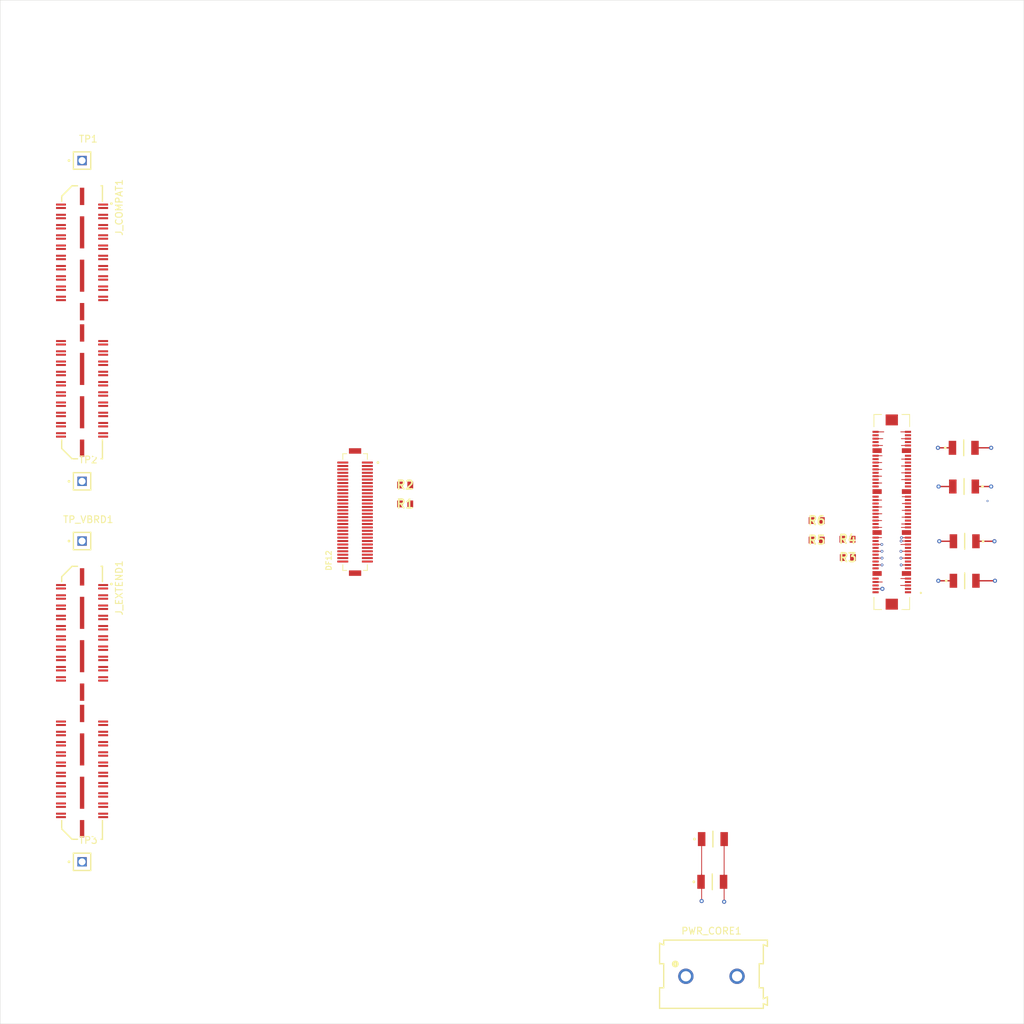
<source format=kicad_pcb>
(kicad_pcb (version 20241229) (generator "pcbnew") (generator_version "9.0")
  (layers (0 "F.Cu" signal) (4 "In1.Cu" power "GND.Cu") (6 "In2.Cu" power "PWR.Cu") (8 "In3.Cu" signal) (10 "In4.Cu" signal) (12 "In5.Cu" signal) (14 "In6.Cu" signal) (16 "In7.Cu" signal) (18 "In8.Cu" signal) (2 "B.Cu" signal) (13 "F.Paste" user) (15 "B.Paste" user) (5 "F.SilkS" user "F.Silkscreen") (7 "B.SilkS" user "B.Silkscreen") (1 "F.Mask" user) (3 "B.Mask" user) (25 "Edge.Cuts" user))
  (net 0 "")
  (net 1 "VDD")
  (net 2 "GND")
  (net 3 "/S1_DAQ_X1_N")
  (net 4 "/S2_FCMD_N")
  (net 5 "/S2_TRIG_0_P")
  (net 6 "/S1_TRIG_0_P")
  (net 7 "/S1_DAQ_X1_P")
  (net 8 "/DF12_RTD_REF")
  (net 9 "/DF12_S2_PROBE_DC")
  (net 10 "/S1_FCMD_N")
  (net 11 "/S2_FCMD_P")
  (net 12 "/S2_TRIG_1_P")
  (net 13 "/DF12_VMON_LVS")
  (net 14 "/S2_DAQ_X0_N")
  (net 15 "/S1_TRIG_1_P")
  (net 16 "/S1_TRIG_3_N")
  (net 17 "/S1_TRIG_2_N")
  (net 18 "/S2_CLK320_P")
  (net 19 "/S2_ERR")
  (net 20 "/DF12_I2C_SCL")
  (net 21 "/S2_TRIG_0_N")
  (net 22 "/S1_DAQ_X0_N")
  (net 23 "/S1_CLK320_P")
  (net 24 "/S2_CLK320_N")
  (net 25 "/S1_TRIG_2_P")
  (net 26 "/S2_TRIG_1_N")
  (net 27 "/DF12_S1_HGCROC_RE_SB")
  (net 28 "/DF12_PWR_EN_LDO")
  (net 29 "/S1_DAQ_X0_P")
  (net 30 "/S1_FCMD_P")
  (net 31 "/DF12_HGCROC_RE_HB")
  (net 32 "/S1_TRIG_1_N")
  (net 33 "/DF12_I2C_SDA")
  (net 34 "/DF12_PG_LDO")
  (net 35 "/S1_TRIG_0_N")
  (net 36 "/DF12_S2_HGCROC_RE_SB")
  (net 37 "/S1_ERR")
  (net 38 "/DF12_S1_PROBE_DC")
  (net 39 "/S2_DAQ_X0_P")
  (net 40 "/S1_CLK320_N")
  (net 41 "/S1_TRIG_3_P")
  (net 42 "/DF12_RTD")
  (net 43 "/VBRD")
  (net 44 "/HS_07_N")
  (net 45 "/HS_03_P")
  (net 47 "/HS_27_N")
  (net 48 "/HS_18_P")
  (net 50 "/HS_08_N")
  (net 52 "/HS_23_P")
  (net 53 "/HS_23_N")
  (net 54 "/HS_21_P")
  (net 55 "/HS_03_N")
  (net 56 "/ECON_D_RESET_B")
  (net 57 "/HS_22_P")
  (net 58 "/HS_27_P")
  (net 60 "/HS_28_P")
  (net 62 "/HS_28_N")
  (net 63 "/HS_08_P")
  (net 65 "/HS_04_P")
  (net 67 "/HS_21_N")
  (net 69 "/HS_22_N")
  (net 72 "/HS_06_N")
  (net 74 "/HS_24_P")
  (net 75 "/HS_04_N")
  (net 77 "/HS_09_P")
  (net 78 "/ECON_T_RESET_B")
  (net 80 "/HS_09_N")
  (net 81 "/HS_24_N")
  (net 84 "/S3_PWR_EN")
  (net 88 "/S3_PWR_PG")
  (net 90 "/HS_18_N")
  (net 91 "/HS_20_P")
  (net 92 "/HS_07_P")
  (net 93 "/HS_06_P")
  (net 94 "/HS_20_N")
  (net 95 "/ECON_D_SOFT_RESET_B")
  (net 97 "/ECON_T_SOFT_RESET_B")
  (net 98 "/HS_14_N")
  (net 101 "/HS_05_P")
  (net 102 "/BM28_RTD")
  (net 106 "/BM28_S2_HGCROC_RE_SB")
  (net 107 "/HS_14_P")
  (net 113 "/VADJ")
  (net 114 "/HS_12_P")
  (net 115 "/HS_10_N")
  (net 116 "/BM28_VMON_LVS")
  (net 117 "/BM28_PG_LDO")
  (net 125 "/BM28_RTD_REF")
  (net 126 "/3V3D")
  (net 127 "/BM28_I2C_SCL")
  (net 131 "/HS_11_N")
  (net 132 "/BM28_HGCROC_RE_HB")
  (net 134 "/BM28_I2C_SDA")
  (net 138 "/HS_11_P")
  (net 143 "/HS_12_N")
  (net 144 "/BM28_PWR_EN_LDO")
  (net 146 "/HS_10_P")
  (net 147 "/HS_05_N")
  (net 149 "/BM28_PROBE_DC")
  (net 151 "/BM28_S1_HGCROC_RE_SB")
  (net 154 "/ECON_T_TRIG_OUT_1_P")
  (net 156 "/ECON_T_TRIG_OUT_0_P")
  (net 157 "/MUX1")
  (net 158 "/MUX0")
  (net 159 "/ECON_T_TRIG_OUT_1_N")
  (net 160 "/ECON_D_DAQ_OUT_P")
  (net 162 "/ECON_T_TRIG_OUT_0_N")
  (net 163 "/TEST_0_N")
  (net 164 "/TEST_0_P")
  (net 168 "/CLK320_IN_N")
  (net 170 "/TEST_IO")
  (net 171 "/CLK320_IN_P")
  (net 172 "/ECON_D_DAQ_OUT_N")
  (net 173 "/MGND")
  (net 174 "/ECON_D_ERROR_B")
  (net 175 "/FCMD_IN_P")
  (net 176 "/FCMD_IN_N")
  (footprint "PCMFootprints:22uF_Capacitor" (layer "F.Cu") (at 178.06 138.07)
    (property "Reference" "C6" (hide yes))
    (property "Value" "22uF" (hide yes))
  )
  (footprint "PCMFootprints:SAMTEC_TSW-101-07-G-S (pin)" (layer "F.Cu") (at 85.63 141.4)
    (property "Reference" "TP3")
    (property "Value" "Samtec TSW-101-07-G-S" (hide yes))
  )
  (footprint "PCMTester2.0_Footprints:RESC1608X50N" (layer "F.Cu") (at 132.97 86.19)
    (property "Reference" "R2")
    (property "Value" "ERJ-3EKF1002V" (hide yes))
  )
  (footprint "PCMFootprints:HRS_DF12NB-60DS-0.5V_51_" (layer "F.Cu") (at 125.63 90.15 90)
    (property "Reference" "DF12")
    (property "Value" "DF12 connector for HGCAL test boards for partial modules" (hide yes))
  )
  (footprint "PCMTester2.0_Footprints:RESC1608X50N" (layer "F.Cu") (at 193.27 91.4)
    (property "Reference" "R6")
    (property "Value" "ERJ-3EKF1002V" (hide yes))
  )
  (footprint "PCMFootprints:SAMTEC_TSW-101-07-G-S (pin)" (layer "F.Cu") (at 85.63 38.65)
    (property "Reference" "TP1")
    (property "Value" "Samtec TSW-101-07-G-S" (hide yes))
  )
  (footprint "PCMFootprints:SAMTEC_QTH-040-01-X-D-DP-A" (layer "F.Cu") (at 85.63 62.35 -90)
    (property "Reference" "J_COMPAT1")
    (property "Value" "Samtec QTH-040")
  )
  (footprint "PCMTester2.0_Footprints:PWR_CORE1_footprint" (layer "F.Cu") (at 177.85 158.17)
    (property "Reference" "PWR_CORE1")
    (property "Value" "power_conn" (hide yes))
  )
  (footprint "PCMFootprints:SAMTEC_TSW-101-07-G-S (pin)" (layer "F.Cu") (at 85.63 94.4)
    (property "Reference" "TP_VBRD1")
    (property "Value" "Samtec TSW-101-07-G-S" (hide yes))
  )
  (footprint "PCMFootprints:22uF_Capacitor" (layer "F.Cu") (at 214.95 100.22)
    (property "Reference" "C4" (hide yes))
    (property "Value" "22uF" (hide yes))
  )
  (footprint "PCMFootprints:22uF_Capacitor" (layer "F.Cu") (at 214.81 80.74)
    (property "Reference" "C3" (hide yes))
    (property "Value" "22uF" (hide yes))
  )
  (footprint "PCMTester2.0_Footprints:RESC1608X50N" (layer "F.Cu") (at 193.27 94.26)
    (property "Reference" "R5")
    (property "Value" "ERJ-3EKF1002V" (hide yes))
  )
  (footprint "PCMTester2.0_Footprints:RESC1608X50N" (layer "F.Cu") (at 197.78 94.14)
    (property "Reference" "R4")
    (property "Value" "ERJ-3EKF1002V" (hide yes))
  )
  (footprint "PCMFootprints:SAMTEC_TSW-101-07-G-S (pin)" (layer "F.Cu") (at 85.63 85.65)
    (property "Reference" "TP2")
    (property "Value" "Samtec TSW-101-07-G-S" (hide yes))
  )
  (footprint "PCMFootprints:22uF_Capacitor" (layer "F.Cu") (at 177.97 144.33)
    (property "Reference" "C5" (hide yes))
    (property "Value" "22uF" (hide yes))
  )
  (footprint "PCMTester2.0_Footprints:RESC1608X50N" (layer "F.Cu") (at 132.97 88.96)
    (property "Reference" "R1")
    (property "Value" "ERJ-3EKF1002V" (hide yes))
  )
  (footprint "PCMTester2.0_Footprints:TO_BM1_footprint" (layer "F.Cu") (at 204.27 90.15 90)
    (property "Reference" "TO_BM1" (hide yes))
    (property "Value" "FX11A-80P8" (hide yes))
  )
  (footprint "PCMTester2.0_Footprints:RESC1608X50N" (layer "F.Cu") (at 197.84 96.82)
    (property "Reference" "R3")
    (property "Value" "ERJ-3EKF1002V" (hide yes))
  )
  (footprint "PCMFootprints:SAMTEC_QTH-040-01-X-D-DP-A" (layer "F.Cu") (at 85.63 118.1 -90)
    (property "Reference" "J_EXTEND1")
    (property "Value" "Samtec QTH-040")
  )
  (footprint "PCMFootprints:22uF_Capacitor" (layer "F.Cu") (at 214.86 86.41 180)
    (property "Reference" "C1" (hide yes))
    (property "Value" "22uF" (hide yes))
  )
  (footprint "PCMFootprints:22uF_Capacitor" (layer "F.Cu") (at 214.95 94.43 180)
    (property "Reference" "C2" (hide yes))
    (property "Value" "22uF" (hide yes))
  )
  (gr_rect (start 73.63 15.15) (end 223.63 165.15) (stroke (width 0.05)) (fill no) (layer "Edge.Cuts"))
  (via (at 218.3 88.53) (size 0.3) (drill 0.15) (layers "F.Cu" "B.Cu") (net 0))
  (segment (start 216.51 86.41) (end 218.83 86.41) (width 0.2) (layer "F.Cu") (net 1))
  (segment (start 206.645 94.4) (end 205.64 94.4) (width 0.12) (layer "F.Cu") (net 1))
  (segment (start 179.71 143.26) (end 179.71 147.25) (width 0.12) (layer "F.Cu") (net 1))
  (segment (start 206.645 93.9) (end 205.69 93.9) (width 0.12) (layer "F.Cu") (net 1))
  (segment (start 179.71 138.07) (end 179.71 143.26) (width 0.12) (layer "F.Cu") (net 1))
  (segment (start 216.46 80.74) (end 218.83 80.74) (width 0.2) (layer "F.Cu") (net 1))
  (segment (start 216.6 100.22) (end 219.39 100.22) (width 0.2) (layer "F.Cu") (net 1))
  (segment (start 179.71 143.26) (end 179.71 144.24) (width 0.12) (layer "F.Cu") (net 1))
  (segment (start 216.6 94.43) (end 219.31 94.43) (width 0.2) (layer "F.Cu") (net 1))
  (segment (start 206.645 92.4) (end 205.67 92.4) (width 0.12) (layer "F.Cu") (net 1))
  (via (at 219.31 94.43) (size 0.6) (drill 0.3) (layers "F.Cu" "B.Cu") (net 1))
  (via (at 219.39 100.22) (size 0.6) (drill 0.3) (layers "F.Cu" "B.Cu") (net 1))
  (via (at 218.83 86.41) (size 0.6) (drill 0.3) (layers "F.Cu" "B.Cu") (net 1))
  (via (at 218.83 80.74) (size 0.6) (drill 0.3) (layers "F.Cu" "B.Cu") (net 1))
  (via (at 205.64 94.4) (size 0.4) (drill 0.2) (layers "F.Cu" "B.Cu") (net 1))
  (via (at 179.71 147.25) (size 0.6) (drill 0.3) (layers "F.Cu" "B.Cu") (net 1))
  (via (at 205.69 93.9) (size 0.4) (drill 0.2) (layers "F.Cu" "B.Cu") (net 1))
  (segment (start 206.645 90.9) (end 205.77 90.9) (width 0.12) (layer "F.Cu") (net 2))
  (segment (start 206.645 87.9) (end 205.79 87.9) (width 0.12) (layer "F.Cu") (net 2))
  (segment (start 201.895 81.9) (end 202.84 81.9) (width 0.12) (layer "F.Cu") (net 2))
  (segment (start 206.645 95.9) (end 205.61 95.9) (width 0.12) (layer "F.Cu") (net 2))
  (segment (start 206.645 83.4) (end 205.69 83.4) (width 0.12) (layer "F.Cu") (net 2))
  (segment (start 206.645 94.9) (end 205.6 94.9) (width 0.12) (layer "F.Cu") (net 2))
  (segment (start 201.895 89.4) (end 202.8 89.4) (width 0.12) (layer "F.Cu") (net 2))
  (segment (start 201.895 90.4) (end 202.81 90.4) (width 0.12) (layer "F.Cu") (net 2))
  (segment (start 201.895 84.9) (end 202.78 84.9) (width 0.12) (layer "F.Cu") (net 2))
  (segment (start 176.41 138.07) (end 176.41 143.17) (width 0.12) (layer "F.Cu") (net 2))
  (segment (start 201.895 94.9) (end 202.81 94.9) (width 0.12) (layer "F.Cu") (net 2))
  (segment (start 206.645 89.9) (end 205.79 89.9) (width 0.12) (layer "F.Cu") (net 2))
  (segment (start 201.895 100.4) (end 202.88 100.4) (width 0.12) (layer "F.Cu") (net 2))
  (segment (start 213.3 94.43) (end 211.23 94.43) (width 0.2) (layer "F.Cu") (net 2))
  (segment (start 206.645 88.9) (end 205.81 88.9) (width 0.12) (layer "F.Cu") (net 2))
  (segment (start 201.895 101.4) (end 202.89 101.4) (width 0.12) (layer "F.Cu") (net 2))
  (segment (start 206.645 99.9) (end 205.59 99.9) (width 0.12) (layer "F.Cu") (net 2))
  (segment (start 201.895 78.4) (end 203.1 78.4) (width 0.12) (layer "F.Cu") (net 2))
  (segment (start 206.645 82.4) (end 205.71 82.4) (width 0.12) (layer "F.Cu") (net 2))
  (segment (start 206.645 91.9) (end 205.71 91.9) (width 0.12) (layer "F.Cu") (net 2))
  (segment (start 213.3 100.22) (end 211.09 100.22) (width 0.2) (layer "F.Cu") (net 2))
  (segment (start 201.895 97.9) (end 202.84 97.9) (width 0.12) (layer "F.Cu") (net 2))
  (segment (start 201.895 82.9) (end 202.8 82.9) (width 0.12) (layer "F.Cu") (net 2))
  (segment (start 206.645 97.9) (end 205.65 97.9) (width 0.12) (layer "F.Cu") (net 2))
  (segment (start 201.895 79.4) (end 202.96 79.4) (width 0.12) (layer "F.Cu") (net 2))
  (segment (start 201.895 93.9) (end 202.78 93.9) (width 0.12) (layer "F.Cu") (net 2))
  (segment (start 213.16 80.74) (end 211.03 80.74) (width 0.2) (layer "F.Cu") (net 2))
  (segment (start 201.895 96.9) (end 202.84 96.9) (width 0.12) (layer "F.Cu") (net 2))
  (segment (start 201.895 92.4) (end 202.8 92.4) (width 0.12) (layer "F.Cu") (net 2))
  (segment (start 201.895 88.4) (end 202.78 88.4) (width 0.12) (layer "F.Cu") (net 2))
  (segment (start 206.645 85.4) (end 205.71 85.4) (width 0.12) (layer "F.Cu") (net 2))
  (segment (start 206.645 84.4) (end 205.71 84.4) (width 0.12) (layer "F.Cu") (net 2))
  (segment (start 213.21 86.41) (end 211.13 86.41) (width 0.2) (layer "F.Cu") (net 2))
  (segment (start 176.41 143.17) (end 176.41 144.24) (width 0.12) (layer "F.Cu") (net 2))
  (segment (start 206.645 96.9) (end 205.62 96.9) (width 0.12) (layer "F.Cu") (net 2))
  (segment (start 201.895 83.9) (end 202.8 83.9) (width 0.12) (layer "F.Cu") (net 2))
  (segment (start 206.645 80.4) (end 205.68 80.4) (width 0.12) (layer "F.Cu") (net 2))
  (segment (start 206.645 78.4) (end 205.59 78.4) (width 0.12) (layer "F.Cu") (net 2))
  (segment (start 201.895 95.9) (end 202.83 95.9) (width 0.12) (layer "F.Cu") (net 2))
  (segment (start 176.41 143.17) (end 176.41 147.15) (width 0.12) (layer "F.Cu") (net 2))
  (segment (start 201.895 91.4) (end 202.79 91.4) (width 0.12) (layer "F.Cu") (net 2))
  (segment (start 201.895 85.9) (end 202.79 85.9) (width 0.12) (layer "F.Cu") (net 2))
  (segment (start 206.645 100.9) (end 205.56 100.9) (width 0.12) (layer "F.Cu") (net 2))
  (segment (start 201.895 80.4) (end 202.92 80.4) (width 0.12) (layer "F.Cu") (net 2))
  (segment (start 206.645 79.4) (end 205.68 79.4) (width 0.12) (layer "F.Cu") (net 2))
  (via (at 202.83 95.9) (size 0.4) (drill 0.2) (layers "F.Cu" "B.Cu") (net 2))
  (via (at 211.23 94.43) (size 0.6) (drill 0.3) (layers "F.Cu" "B.Cu") (net 2))
  (via (at 205.62 96.9) (size 0.4) (drill 0.2) (layers "F.Cu" "B.Cu") (net 2))
  (via (at 211.09 100.22) (size 0.6) (drill 0.3) (layers "F.Cu" "B.Cu") (net 2))
  (via (at 202.81 94.9) (size 0.4) (drill 0.2) (layers "F.Cu" "B.Cu") (net 2))
  (via (at 211.13 86.41) (size 0.6) (drill 0.3) (layers "F.Cu" "B.Cu") (net 2))
  (via (at 176.41 147.15) (size 0.6) (drill 0.3) (layers "F.Cu" "B.Cu") (net 2))
  (via (at 205.65 97.9) (size 0.4) (drill 0.2) (layers "F.Cu" "B.Cu") (net 2))
  (via (at 202.84 97.9) (size 0.4) (drill 0.2) (layers "F.Cu" "B.Cu") (net 2))
  (via (at 205.61 95.9) (size 0.4) (drill 0.2) (layers "F.Cu" "B.Cu") (net 2))
  (via (at 202.84 96.9) (size 0.4) (drill 0.2) (layers "F.Cu" "B.Cu") (net 2))
  (via (at 202.89 101.4) (size 0.6) (drill 0.3) (layers "F.Cu" "B.Cu") (net 2))
  (via (at 211.03 80.74) (size 0.6) (drill 0.3) (layers "F.Cu" "B.Cu") (net 2))
)
</source>
